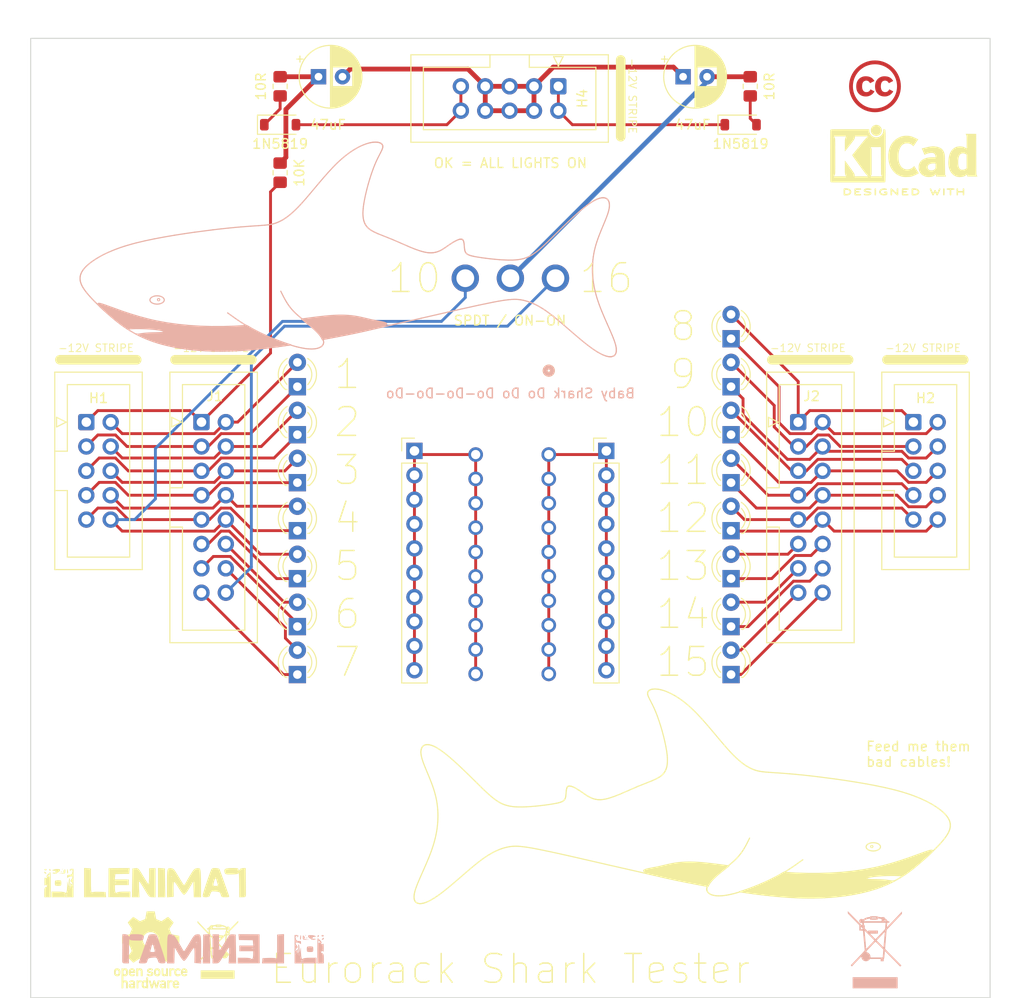
<source format=kicad_pcb>
(kicad_pcb (version 20240108) (generator "pcbnew") (generator_version "8.0")
  (layers (0 "F.Cu" signal) (31 "B.Cu" signal) (34 "B.Paste" user) (35 "F.Paste" user) (36 "B.SilkS" user "B.Silkscreen") (37 "F.SilkS" user "F.Silkscreen") (38 "B.Mask" user) (39 "F.Mask" user) (44 "Edge.Cuts" user))
  (net 0 "")
  (net 1 "+12V")
  (net 2 "GNDREF")
  (net 3 "Net-(D4-A)")
  (net 4 "Net-(D1-K)")
  (net 5 "Net-(D2-K)")
  (net 6 "Net-(D2-A)")
  (net 7 "Net-(D4-K)")
  (net 8 "Net-(D5-A)")
  (net 9 "Net-(D1-A)")
  (net 10 "Net-(D5-K)")
  (net 11 "Net-(D6-K)")
  (net 12 "Net-(D6-A)")
  (net 13 "Net-(D7-A)")
  (net 14 "Net-(D7-K)")
  (net 15 "Net-(D8-A)")
  (net 16 "Net-(D8-K)")
  (net 17 "Net-(D9-A)")
  (net 18 "Net-(D9-K)")
  (net 19 "Net-(D10-K)")
  (net 20 "Net-(D10-A)")
  (net 21 "Net-(D11-A)")
  (net 22 "Net-(D11-K)")
  (net 23 "Net-(D12-A)")
  (net 24 "Net-(D12-K)")
  (net 25 "Net-(D13-A)")
  (net 26 "Net-(D13-K)")
  (net 27 "Net-(D14-K)")
  (net 28 "Net-(D14-A)")
  (net 29 "Net-(D15-A)")
  (net 30 "Net-(D15-K)")
  (net 31 "Net-(D16-A)")
  (net 32 "Net-(D16-K)")
  (net 33 "Net-(D17-K)")
  (net 34 "Net-(D17-A)")
  (net 35 "Net-(H1-Pin_1)")
  (net 36 "-12V")
  (net 37 "Net-(J4-Pin_1)")
  (net 38 "Net-(J5-Pin_1)")
  (net 39 "Net-(D3-K)")
  (net 40 "Net-(D3-A)")
  (net 41 "Net-(H1-Pin_10)")
  (net 42 "Net-(SW1-A)")
  (footprint "Synth:SW_default" (layer "F.Cu") (at 100 75 180)
    (property "Reference" "SW1" (hide yes))
    (property "Value" "SW_SPDT")
  )
  (footprint "Symbol:OSHW-Logo_7.5x8mm_SilkScreen" (layer "F.Cu") (at 62.5 145)
    (property "Reference" "REF**" (hide yes))
    (property "Value" "OSHW-Logo_7.5x8mm_SilkScreen" (hide yes))
  )
  (footprint "Synth:LED_D3.0mm" (layer "F.Cu") (at 123 100 90)
    (property "Reference" "D4" (hide yes))
    (property "Value" "LED")
  )
  (footprint "Synth:IDC-Header_2x05_P2.54mm_Vertical" (layer "F.Cu") (at 55.8 90)
    (property "Reference" "H1")
    (property "Value" "Conn_02x05_PWR_Eurorack")
  )
  (footprint "Synth:LED_D3.0mm" (layer "F.Cu") (at 77.8 85 90)
    (property "Reference" "D15" (hide yes))
    (property "Value" "LED")
  )
  (footprint "Symbol:Symbol_CreativeCommons_CopperTop_Type2_Small" (layer "F.Cu") (at 138 55)
    (property "Reference" "REF**" (hide yes))
    (property "Value" "Symbol_CreativeCommons_CopperTop_Type2_Small" (hide yes))
  )
  (footprint "Synth:LED_D3.0mm" (layer "F.Cu") (at 123 95 90)
    (property "Reference" "D5" (hide yes))
    (property "Value" "LED")
  )
  (footprint "Synth:LED_D3.0mm" (layer "F.Cu") (at 77.8 95 90)
    (property "Reference" "D13" (hide yes))
    (property "Value" "LED")
  )
  (footprint "Resistor_SMD:R_0805_2012Metric_Pad1.20x1.40mm_HandSolder" (layer "F.Cu") (at 125 55 90)
    (property "Reference" "R3" (hide yes))
    (property "Value" "10R")
  )
  (footprint "Synth:LED_D3.0mm" (layer "F.Cu") (at 123 115 90)
    (property "Reference" "D1" (hide yes))
    (property "Value" "LED")
  )
  (footprint "Diode_SMD:D_SOD-123" (layer "F.Cu") (at 124 59)
    (property "Reference" "D17" (hide yes))
    (property "Value" "1N5819")
  )
  (footprint "MountingHole:MountingHole_3.2mm_M3" (layer "F.Cu") (at 145 145)
    (property "Reference" "H7" (hide yes))
    (property "Value" "MountingHole")
  )
  (footprint "Symbol:KiCad-Logo2_6mm_SilkScreen" (layer "F.Cu") (at 141 62)
    (property "Reference" "REF**" (hide yes))
    (property "Value" "KiCad-Logo2_6mm_SilkScreen" (hide yes))
  )
  (footprint "Synth:IDC-Header_2x05_P2.54mm_Vertical" (layer "F.Cu") (at 105 55 -90)
    (property "Reference" "H4")
    (property "Value" "Conn_02x05_PWR_Eurorack")
  )
  (footprint "Synth:LED_D3.0mm" (layer "F.Cu") (at 123 90 90)
    (property "Reference" "D6" (hide yes))
    (property "Value" "LED")
  )
  (footprint "Synth:LED_D3.0mm" (layer "F.Cu") (at 77.8 100 90)
    (property "Reference" "D12" (hide yes))
    (property "Value" "LED")
  )
  (footprint "MountingHole:MountingHole_3.2mm_M3" (layer "F.Cu") (at 55 145)
    (property "Reference" "H6" (hide yes))
    (property "Value" "MountingHole")
  )
  (footprint "Synth:LED_D3.0mm" (layer "F.Cu") (at 77.8 115 90)
    (property "Reference" "D9" (hide yes))
    (property "Value" "LED")
  )
  (footprint "Synth:DIP_tester_20pos" (layer "F.Cu") (at 104 93.38 -90)
    (property "Reference" "J3" (hide yes))
    (property "Value" "220-3342-00-0602J")
  )
  (footprint "Resistor_SMD:R_0805_2012Metric_Pad1.20x1.40mm_HandSolder" (layer "F.Cu") (at 76 55 90)
    (property "Reference" "R2" (hide yes))
    (property "Value" "10R")
  )
  (footprint "Symbol:Smolhaj_Scale_0.1" (layer "F.Cu") (at 145.853521 132.079362)
    (property "Reference" "REF**" (hide yes))
    (property "Value" "Smolhaj_Scale_0.1")
  )
  (footprint "Synth:LED_D3.0mm" (layer "F.Cu") (at 123 110 90)
    (property "Reference" "D2" (hide yes))
    (property "Value" "LED")
  )
  (footprint "MountingHole:MountingHole_3.2mm_M3" (layer "F.Cu") (at 145 55)
    (property "Reference" "H5" (hide yes))
    (property "Value" "MountingHole")
  )
  (footprint "Synth:LED_D3.0mm" (layer "F.Cu") (at 77.8 110 90)
    (property "Reference" "D10" (hide yes))
    (property "Value" "LED")
  )
  (footprint "Synth:lenimal_logo_full" (layer "F.Cu") (at 62 138)
    (property "Reference" "G***" (hide yes))
    (property "Value" "LOGO" (hide yes))
  )
  (footprint "Synth:IDC-Header_2x05_P2.54mm_Vertical" (layer "F.Cu") (at 142 90)
    (property "Reference" "H2")
    (property "Value" "Conn_02x05_PWR_Eurorack")
  )
  (footprint "MountingHole:MountingHole_3.2mm_M3" (layer "F.Cu") (at 55 55)
    (property "Reference" "H3" (hide yes))
    (property "Value" "MountingHole")
  )
  (footprint "Synth:LED_D3.0mm" (layer "F.Cu") (at 123 85 90)
    (property "Reference" "D7" (hide yes))
    (property "Value" "LED")
  )
  (footprint "Diode_SMD:D_SOD-123" (layer "F.Cu") (at 76 59)
    (property "Reference" "D16" (hide yes))
    (property "Value" "1N5819")
  )
  (footprint "Synth:LED_D3.0mm" (layer "F.Cu") (at 77.8 105 90)
    (property "Reference" "D11" (hide yes))
    (property "Value" "LED")
  )
  (footprint "Synth:LED_D3.0mm" (layer "F.Cu") (at 123 80 90)
    (property "Reference" "D8" (hide yes))
    (property "Value" "LED")
  )
  (footprint "Capacitor_THT:CP_Radial_D6.3mm_P2.50mm" (layer "F.Cu") (at 118 54)
    (property "Reference" "C2" (hide yes))
    (property "Value" "47uF")
  )
  (footprint "Synth:IDC-Header_2x08_P2.54mm_Vertical" (layer "F.Cu") (at 67.8 90)
    (property "Reference" "J1")
    (property "Value" "PWR")
  )
  (footprint "Synth:LED_D3.0mm" (layer "F.Cu") (at 123 105 90)
    (property "Reference" "D3" (hide yes))
    (property "Value" "LED")
  )
  (footprint "Capacitor_THT:CP_Radial_D6.3mm_P2.50mm" (layer "F.Cu") (at 80 54)
    (property "Reference" "C1" (hide yes))
    (property "Value" "47uF")
  )
  (footprint "Resistor_SMD:R_0805_2012Metric_Pad1.20x1.40mm_HandSolder" (layer "F.Cu") (at 76 64 -90)
    (property "Reference" "R1" (hide yes))
    (property "Value" "10K")
  )
  (footprint "Synth:IDC-Header_2x08_P2.54mm_Vertical" (layer "F.Cu") (at 130 90)
    (property "Reference" "J2")
    (property "Value" "PWR")
  )
  (footprint "Connector_PinHeader_2.54mm:PinHeader_1x10_P2.54mm_Vertical" (layer "F.Cu") (at 90 93)
    (property "Reference" "J5" (hide yes))
    (property "Value" "Conn_01x10_Pin")
  )
  (footprint "Synth:LED_D3.0mm" (layer "F.Cu") (at 77.8 90 90)
    (property "Reference" "D14" (hide yes))
    (property "Value" "LED")
  )
  (footprint "Connector_PinHeader_2.54mm:PinHeader_1x10_P2.54mm_Vertical" (layer "F.Cu") (at 110 93)
    (property "Reference" "J4" (hide yes))
    (property "Value" "Conn_01x10_Pin")
  )
  (footprint "Symbol:WEEE-Logo_4.2x6mm_SilkScreen" (layer "F.Cu") (at 69.5 145)
    (property "Reference" "REF**" (hide yes))
    (property "Value" "WEEE-Logo_4.2x6mm_SilkScreen" (hide yes))
  )
  (footprint "Symbol:WEEE-Logo_5.6x8mm_SilkScreen" (layer "B.Cu") (at 138 145 180)
    (property "Reference" "REF**" (hide yes))
    (property "Value" "WEEE-Logo_5.6x8mm_SilkScreen" (hide yes))
  )
  (footprint "Symbol:Smolhaj_Scale_0.1" (layer "B.Cu") (at 55.146479 75.079362 180)
    (property "Reference" "REF**" (hide yes))
    (property "Value" "Smolhaj_Scale_0.1")
  )
  (footprint "Synth:lenimal_logo_full" (layer "B.Cu") (at 69.972599 144.893409 180)
    (property "Reference" "G***" (hide yes))
    (property "Value" "LOGO" (hide yes))
  )
  (gr_rect (start 50 50) (end 150 150) (stroke (width 0.1)) (fill none) (layer "Edge.Cuts"))
  (gr_text "Baby Shark Do Do Do-Do-Do-Do" (at 100 87 0) (layer "B.SilkS") (effects (font (size 1 1)) (justify mirror)))
  (gr_text "Eurorack Shark Tester" (at 100 147 0) (layer "F.SilkS") (effects (font (size 3 3))))
  (gr_text "47uF" (at 119 59 0) (layer "F.SilkS") (effects (font (size 1 1))))
  (gr_text "1N5819" (at 124 61 0) (layer "F.SilkS") (effects (font (size 1 1))))
  (gr_text "9" (at 118 85 0) (layer "F.SilkS") (effects (font (size 3 3))))
  (gr_text "5" (at 83 105 0) (layer "F.SilkS") (effects (font (size 3 3))))
  (gr_text "OK = ALL LIGHTS ON" (at 100 63 0) (layer "F.SilkS") (effects (font (size 1 1))))
  (gr_text "3" (at 83 95 0) (layer "F.SilkS") (effects (font (size 3 3))))
  (gr_text "SPDT / ON-ON" (at 94 80 0) (layer "F.SilkS") (effects (font (size 1 1)) (justify left bottom)))
  (gr_text "2" (at 83 90 0) (layer "F.SilkS") (effects (font (size 3 3))))
  (gr_text "10R" (at 74 55 90) (layer "F.SilkS") (effects (font (size 1 1))))
  (gr_text "10" (at 118 90 0) (layer "F.SilkS") (effects (font (size 3 3))))
  (gr_text "16" (at 110 75 0) (layer "F.SilkS") (effects (font (size 3 3))))
  (gr_text "1" (at 83 85 0) (layer "F.SilkS") (effects (font (size 3 3))))
  (gr_text "7" (at 83 115 0) (layer "F.SilkS") (effects (font (size 3 3))))
  (gr_text "10R" (at 127 55 90) (layer "F.SilkS") (effects (font (size 1 1))))
  (gr_text "47uF" (at 81 59 0) (layer "F.SilkS") (effects (font (size 1 1))))
  (gr_text "15" (at 118 115 0) (layer "F.SilkS") (effects (font (size 3 3))))
  (gr_text "1N5819" (at 76 61 0) (layer "F.SilkS") (effects (font (size 1 1))))
  (gr_text "10K" (at 78 64 90) (layer "F.SilkS") (effects (font (size 1 1))))
  (gr_text "13" (at 118 105 0) (layer "F.SilkS") (effects (font (size 3 3))))
  (gr_text "11" (at 118 95 0) (layer "F.SilkS") (effects (font (size 3 3))))
  (gr_text "4" (at 83 100 0) (layer "F.SilkS") (effects (font (size 3 3))))
  (gr_text "10" (at 90 75 0) (layer "F.SilkS") (effects (font (size 3 3))))
  (gr_text "14" (at 118 110 0) (layer "F.SilkS") (effects (font (size 3 3))))
  (gr_text "8" (at 118 80 0) (layer "F.SilkS") (effects (font (size 3 3))))
  (gr_text "6" (at 83 110 0) (layer "F.SilkS") (effects (font (size 3 3))))
  (gr_text "12" (at 118 100 0) (layer "F.SilkS") (effects (font (size 3 3))))
  (gr_text "Feed me them \nbad cables!" (at 137 126 0) (layer "F.SilkS") (effects (font (size 1 1)) (justify left bottom)))
  (segment (start 76.6 57.4) (end 80 54) (width 0.5) (layer "F.Cu") (net 1))
  (segment (start 76.6 62.4) (end 76.6 57.4) (width 0.5) (layer "F.Cu") (net 1))
  (segment (start 76 54) (end 80 54) (width 0.5) (layer "F.Cu") (net 1))
  (segment (start 76 63) (end 76.6 62.4) (width 0.5) (layer "F.Cu") (net 1))
  (segment (start 104.46 53) (end 102.46 55) (width 0.5) (layer "F.Cu") (net 2))
  (segment (start 118 54) (end 117 53) (width 0.5) (layer "F.Cu") (net 2))
  (segment (start 97.38 55) (end 97.38 57.54) (width 0.5) (layer "F.Cu") (net 2))
  (segment (start 83.299999 53.200001) (end 95.580001 53.200001) (width 0.5) (layer "F.Cu") (net 2))
  (segment (start 117 53) (end 104.46 53) (width 0.5) (layer "F.Cu") (net 2))
  (segment (start 82.5 54) (end 83.299999 53.200001) (width 0.5) (layer "F.Cu") (net 2))
  (segment (start 95.580001 53.200001) (end 97.38 55) (width 0.5) (layer "F.Cu") (net 2))
  (segment (start 97.38 57.54) (end 102.46 57.54) (width 0.5) (layer "F.Cu") (net 2))
  (segment (start 102.46 55) (end 102.46 57.54) (width 0.5) (layer "F.Cu") (net 2))
  (segment (start 97.38 55) (end 102.46 55) (width 0.5) (layer "F.Cu") (net 2))
  (segment (start 130 100.16) (end 130.84 100.16) (width 0.3) (layer "F.Cu") (net 3))
  (segment (start 132.04 98.96) (end 140.8 98.96) (width 0.3) (layer "F.Cu") (net 3))
  (segment (start 123 98.77) (end 124.39 100.16) (width 0.3) (layer "F.Cu") (net 3))
  (segment (start 130.84 100.16) (end 132.04 98.96) (width 0.3) (layer "F.Cu") (net 3))
  (segment (start 140.8 98.96) (end 142 100.16) (width 0.3) (layer "F.Cu") (net 3))
  (segment (start 124.39 100.16) (end 130 100.16) (width 0.3) (layer "F.Cu") (net 3))
  (segment (start 123 116.31) (end 124.01 116.31) (width 0.3) (layer "F.Cu") (net 4))
  (segment (start 124.01 116.31) (end 132.54 107.78) (width 0.3) (layer "F.Cu") (net 4))
  (segment (start 123 111.31) (end 124.772943 111.31) (width 0.3) (layer "F.Cu") (net 5))
  (segment (start 124.772943 111.31) (end 129.502943 106.58) (width 0.3) (layer "F.Cu") (net 5))
  (segment (start 129.502943 106.58) (end 131.2 106.58) (width 0.3) (layer "F.Cu") (net 5))
  (segment (start 131.2 106.58) (end 132.54 105.24) (width 0.3) (layer "F.Cu") (net 5))
  (segment (start 126.47 108.77) (end 130 105.24) (width 0.3) (layer "F.Cu") (net 6))
  (segment (start 123 108.77) (end 126.47 108.77) (width 0.3) (layer "F.Cu") (net 6))
  (segment (start 123 101.31) (end 123.05 101.36) (width 0.3) (layer "F.Cu") (net 7))
  (segment (start 143.34 101.36) (end 144.54 100.16) (width 0.3) (layer "F.Cu") (net 7))
  (segment (start 133.74 101.36) (end 143.34 101.36) (width 0.3) (layer "F.Cu") (net 7))
  (segment (start 123.05 101.36) (end 131.34 101.36) (width 0.3) (layer "F.Cu") (net 7))
  (segment (start 132.54 100.16) (end 133.74 101.36) (width 0.3) (layer "F.Cu") (net 7))
  (segment (start 131.34 101.36) (end 132.54 100.16) (width 0.3) (layer "F.Cu") (net 7))
  (segment (start 130 97.62) (end 130.842943 97.62) (width 0.3) (layer "F.Cu") (net 8))
  (segment (start 132.042943 96.42) (end 140.8 96.42) (width 0.3) (layer "F.Cu") (net 8))
  (segment (start 130.842943 97.62) (end 132.042943 96.42) (width 0.3) (layer "F.Cu") (net 8))
  (segment (start 123 93.77) (end 126.85 97.62) (width 0.3) (layer "F.Cu") (net 8))
  (segment (start 140.8 96.42) (end 142 97.62) (width 0.3) (layer "F.Cu") (net 8))
  (segment (start 126.85 97.62) (end 130 97.62) (width 0.3) (layer "F.Cu") (net 8))
  (segment (start 124.01 113.77) (end 130 107.78) (width 0.3) (layer "F.Cu") (net 9))
  (segment (start 123 113.77) (end 124.01 113.77) (width 0.3) (layer "F.Cu") (net 9))
  (segment (start 143.34 98.82) (end 144.54 97.62) (width 0.3) (layer "F.Cu") (net 10))
  (segment (start 125.65 98.96) (end 131.2 98.96) (width 0.3) (layer "F.Cu") (net 10))
  (segment (start 123 96.31) (end 125.65 98.96) (width 0.3) (layer "F.Cu") (net 10))
  (segment (start 141.502943 98.82) (end 143.34 98.82) (width 0.3) (layer "F.Cu") (net 10))
  (segment (start 131.2 98.96) (end 132.54 97.62) (width 0.3) (layer "F.Cu") (net 10))
  (segment (start 132.54 97.62) (end 140.302943 97.62) (width 0.3) (layer "F.Cu") (net 10))
  (segment (start 140.302943 97.62) (end 141.502943 98.82) (width 0.3) (layer "F.Cu") (net 10))
  (segment (start 141.502943 96.28) (end 143.34 96.28) (width 0.3) (layer "F.Cu") (net 11))
  (segment (start 123 91.31) (end 127.97 96.28) (width 0.3) (layer "F.Cu") (net 11))
  (segment (start 143.34 96.28) (end 144.54 95.08) (width 0.3) (layer "F.Cu") (net 11))
  (segment (start 140.302943 95.08) (end 141.502943 96.28) (width 0.3) (layer "F.Cu") (net 11))
  (segment (start 131.34 96.28) (end 132.54 95.08) (width 0.3) (layer "F.Cu") (net 11))
  (segment (start 127.97 96.28) (end 131.34 96.28) (width 0.3) (layer "F.Cu") (net 11))
  (segment (start 132.54 95.08) (end 140.302943 95.08) (width 0.3) (layer "F.Cu") (net 11))
  (segment (start 132.042943 93.88) (end 140.8 93.88) (width 0.3) (layer "F.Cu") (net 12))
  (segment (start 129.31 95.08) (end 130 95.08) (width 0.3) (layer "F.Cu") (net 12))
  (segment (start 130 95.08) (end 130.842943 95.08) (width 0.3) (layer "F.Cu") (net 12))
  (segment (start 130.842943 95.08) (end 132.042943 93.88) (width 0.3) (layer "F.Cu") (net 12))
  (segment (start 123 88.77) (end 129.31 95.08) (width 0.3) (layer "F.Cu") (net 12))
  (segment (start 140.8 93.88) (end 142 95.08) (width 0.3) (layer "F.Cu") (net 12))
  (segment (start 132.042943 91.34) (end 133.172893 91.34) (width 0.3) (layer "F.Cu") (net 13))
  (segment (start 129.54 92.54) (end 130 92.54) (width 0.3) (layer "F.Cu") (net 13))
  (segment (start 127.5 88.27) (end 127.5 90.5) (width 0.3) (layer "F.Cu") (net 13))
  (segment (start 130 92.54) (end 130.842943 92.54) (width 0.3) (layer "F.Cu") (net 13))
  (segment (start 133.172893 91.34) (end 134.372893 92.54) (width 0.3) (layer "F.Cu") (net 13))
  (segment (start 127.5 90.5) (end 129.54 92.54) (width 0.3) (layer "F.Cu") (net 13))
  (segment (start 123 83.77) (end 127.5 88.27) (width 0.3) (layer "F.Cu") (net 13))
  (segment (start 134.372893 92.54) (end 142 92.54) (width 0.3) (layer "F.Cu") (net 13))
  (segment (start 130.842943 92.54) (end 132.042943 91.34) (width 0.3) (layer "F.Cu") (net 13))
  (segment (start 140.802943 93.04) (end 141.502943 93.74) (width 0.3) (layer "F.Cu") (net 14))
  (segment (start 128.88 93.88) (end 131.2 93.88) (width 0.3) (layer "F.Cu") (net 14))
  (segment (start 131.2 93.88) (end 132.54 92.54) (width 0.3) (layer "F.Cu") (net 14))
  (segment (start 124.25 87.56) (end 124.25 89.25) (width 0.3) (layer "F.Cu") (net 14))
  (segment (start 124.25 89.25) (end 128.88 93.88) (width 0.3) (layer "F.Cu") (net 14))
  (segment (start 141.502943 93.74) (end 143.34 93.74) (width 0.3) (layer "F.Cu") (net 14))
  (segment (start 143.34 93.74) (end 144.54 92.54) (width 0.3) (layer "F.Cu") (net 14))
  (segment (start 133.04 93.04) (end 140.802943 93.04) (width 0.3) (layer "F.Cu") (net 14))
  (segment (start 123 86.31) (end 124.25 87.56) (width 0.3) (layer "F.Cu") (net 14))
  (segment (start 132.54 92.54) (end 133.04 93.04) (width 0.3) (layer "F.Cu") (net 14))
  (segment (start 130 85.77) (end 130 90) (width 0.3) (layer "F.Cu") (net 15))
  (segment (start 123 78.77) (end 130 85.77) (width 0.3) (layer "F.Cu") (net 15))
  (segment (start 140.8 88.8) (end 142 90) (width 0.3) (layer "F.Cu") (net 15))
  (segment (start 131.2 88.8) (end 140.8 88.8) (width 0.3) (layer "F.Cu") (net 15))
  (segment (start 130 90) (end 131.2 88.8) (width 0.3) (layer "F.Cu") (net 15))
  (segment (start 128 90.055456) (end 129.144544 91.2) (width 0.3) (layer "F.Cu") (net 16))
  (segment (start 123 81.31) (end 128 86.31) (width 0.3) (layer "F.Cu") (net 16))
  (segment (start 131.34 91.2) (end 132.54 90) (width 0.3) (layer "F.Cu") (net 16))
  (segment (start 143.34 91.2) (end 144.54 90) (width 0.3) (layer "F.Cu") (net 16))
  (segment (start 128 86.31) (end 128 90.055456) (width 0.3) (layer "F.Cu") (net 16))
  (segment (start 129.144544 91.2) (end 131.34 91.2) (width 0.3) (layer "F.Cu") (net 16))
  (segment (start 132.54 90) (end 133.74 91.2) (width 0.3) (layer "F.Cu") (net 16))
  (segment (start 133.74 91.2) (end 143.34 91.2) (width 0.3) (layer "F.Cu") (net 16))
  (segment (start 76.55 112.52) (end 76.55 111.45) (width 0.3) (layer "F.Cu") (net 17))
  (segment (start 76.55 111.45) (end 70.34 105.24) (width 0.3) (layer "F.Cu") (net 17))
  (segment (start 77.8 113.77) (end 76.55 112.52) (width 0.3) (layer "F.Cu") (net 17))
  (segment (start 77.8 116.31) (end 76.33 116.31) (width 0.3) (layer "F.Cu") (net 18))
  (segment (start 76.33 116.31) (end 67.8 107.78) (width 0.3) (layer "F.Cu") (net 18))
  (segment (start 70.797057 104) (end 69.04 104) (width 0.3) (layer "F.Cu") (net 19))
  (segment (start 77.8 111.31) (end 77.8 111.002943) (width 0.3) (layer "F.Cu") (net 19))
  (segment (start 77.8 111.002943) (end 70.797057 104) (width 0.3) (layer "F.Cu") (net 19))
  (segment (start 69.04 104) (end 67.8 105.24) (width 0.3) (layer "F.Cu") (net 19))
  (segment (start 77.8 108.77) (end 76.41 108.77) (width 0.3) (layer "F.Cu") (net 20))
  (segment (start 76.41 108.77) (end 70.34 102.7) (width 0.3) (layer "F.Cu") (net 20))
  (segment (start 73.95 103.77) (end 70.34 100.16) (width 0.3) (layer "F.Cu") (net 21))
  (segment (start 59.54 101.36) (end 69.14 101.36) (width 0.3) (layer "F.Cu") (net 21))
  (segment (start 77.8 103.77) (end 73.95 103.77) (width 0.3) (layer "F.Cu") (net 21))
  (segment (start 58.34 100.16) (end 59.54 101.36) (width 0.3) (layer "F.Cu") (net 21))
  (segment (start 69.14 101.36) (end 70.34 100.16) (width 0.3) (layer "F.Cu") (net 21))
  (segment (start 77.8 106.31) (end 75.647057 106.31) (width 0.3) (layer "F.Cu") (net 22))
  (segment (start 68.507107 102.7) (end 67.8 102.7) (width 0.3) (layer "F.Cu") (net 22))
  (segment (start 75.647057 106.31) (end 70.697057 101.36) (width 0.3) (layer "F.Cu") (net 22))
  (segment (start 70.697057 101.36) (end 69.847107 101.36) (width 0.3) (layer "F.Cu") (net 22))
  (segment (start 69.847107 101.36) (end 68.507107 102.7) (width 0.3) (layer "F.Cu") (net 22))
  (segment (start 69 98.96) (end 70.34 97.62) (width 0.3) (layer "F.Cu") (net 23))
  (segment (start 59.68 98.96) (end 69 98.96) (width 0.3) (layer "F.Cu") (net 23))
  (segment (start 77.8 98.77) (end 71.49 98.77) (width 0.3) (layer "F.Cu") (net 23))
  (segment (start 71.49 98.77) (end 70.34 97.62) (width 0.3) (layer "F.Cu") (net 23))
  (segment (start 58.34 97.62) (end 59.68 98.96) (width 0.3) (layer "F.Cu") (net 23))
  (segment (start 69.84 98.96) (end 68.64 100.16) (width 0.3) (layer "F.Cu") (net 24))
  (segment (start 60.172893 100.16) (end 67.8 100.16) (width 0.3) (layer "F.Cu") (net 24))
  (segment (start 58.972893 98.96) (end 60.172893 100.16) (width 0.3) (layer "F.Cu") (net 24))
  (segment (start 68.64 100.16) (end 67.8 100.16) (width 0.3) (layer "F.Cu") (net 24))
  (segment (start 57 98.96) (end 58.972893 98.96) (width 0.3) (layer "F.Cu") (net 24))
  (segment (start 77.8 101.31) (end 73.187057 101.31) (width 0.3) (layer "F.Cu") (net 24))
  (segment (start 70.837057 98.96) (end 69.84 98.96) (width 0.3) (layer "F.Cu") (net 24))
  (segment (start 73.187057 101.31) (end 70.837057 98.96) (width 0.3) (layer "F.Cu") (net 24))
  (segment (start 55.8 100.16) (end 57 98.96) (width 0.3) (layer "F.Cu") (net 24))
  (segment (start 59.54 96.28) (end 69.14 96.28) (width 0.3) (layer "F.Cu") (net 25))
  (segment (start 58.34 95.08) (end 59.54 96.28) (width 0.3) (layer "F.Cu") (net 25))
  (segment (start 76.49 95.08) (end 70.34 95.08) (width 0.3) (layer "F.Cu") (net 25))
  (segment (start 69.14 96.28) (end 70.34 95.08) (width 0.3) (layer "F.Cu") (net 25))
  (segment (start 77.8 93.77) (end 76.49 95.08) (width 0.3) (layer "F.Cu") (net 25))
  (segment (start 68.507106 97.62) (end 67.8 97.62) (width 0.3) (layer "F.Cu") (net 26))
  (segment (start 55.8 97.62) (end 57.14 96.28) (width 0.3) (layer "F.Cu") (net 26))
  (segment (start 58.832893 96.28) (end 60.172893 97.62) (width 0.3) (layer "F.Cu") (net 26))
  (segment (start 69.817106 96.31) (end 68.507106 97.62) (width 0.3) (layer "F.Cu") (net 26))
  (segment (start 60.172893 97.62) (end 67.8 97.62) (width 0.3) (layer "F.Cu") (net 26))
  (segment (start 77.8 96.31) (end 69.817106 96.31) (width 0.3) (layer "F.Cu") (net 26))
  (segment (start 57.14 96.28) (end 58.832893 96.28) (width 0.3) (layer "F.Cu") (net 26))
  (segment (start 58.832893 93.74) (end 60.172893 95.08) (width 0.3) (layer "F.Cu") (net 27))
  (segment (start 57.14 93.74) (end 58.832893 93.74) (width 0.3) (layer "F.Cu") (net 27))
  (segment (start 75.37 93.74) (end 69.847107 93.74) (width 0.3) (layer "F.Cu") (net 27))
  (segment (start 55.8 95.08) (end 57.14 93.74) (width 0.3) (layer "F.Cu") (net 27))
  (segment (start 77.8 91.31) (end 75.37 93.74) (width 0.3) (layer "F.Cu") (net 27))
  (segment (start 69.847107 93.74) (end 68.507107 95.08) (width 0.3) (layer "F.Cu") (net 27))
  (segment (start 60.172893 95.08) (end 67.8 95.08) (width 0.3) (layer "F.Cu") (net 27))
  (segment (start 68.507107 95.08) (end 67.8 95.08) (width 0.3) (layer "F.Cu") (net 27))
  (segment (start 77.8 88.77) (end 74.03 92.54) (width 0.3) (layer "F.Cu") (net 28))
  (segment (start 59.54 93.74) (end 69.14 93.74) (width 0.3) (layer "F.Cu") (net 28))
  (segment (start 69.14 93.74) (end 70.34 92.54) (width 0.3) (layer "F.Cu") (net 28))
  (segment (start 74.03 92.54) (end 70.34 92.54) (width 0.3) (layer "F.Cu") (net 28))
  (segment (start 58.34 92.54) (end 59.54 93.74) (width 0.3) (layer "F.Cu") (net 28))
  (segment (start 77.8 83.77) (end 71.57 90) (width 0.3) (layer "F.Cu") (net 29))
  (segment (start 59.54 91.2) (end 69.14 91.2) (width 0.3) (layer "F.Cu") (net 29))
  (segment (start 71.57 90) (end 70.34 90) (width 0.3) (layer "F.Cu") (net 29))
  (segment (start 69.14 91.2) (end 70.34 90) (width 0.3) (layer "F.Cu") (net 29))
  (segment (start 58.34 90) (end 59.54 91.2) (width 0.3) (layer "F.Cu") (net 29))
  (segment (start 72.91 91.2) (end 69.847106 91.2) (width 0.3) (layer "F.Cu") (net 30))
  (segment (start 69.847106 91.2) (end 68.507106 92.54) (width 0.3) (layer "F.Cu") (net 30))
  (segment (start 77.8 86.31) (end 72.91 91.2) (width 0.3) (layer "F.Cu") (net 30))
  (segment (start 68.507106 92.54) (end 67.8 92.54) (width 0.3) (layer "F.Cu") (net 30))
  (segment (start 55.8 92.54) (end 57 91.34) (width 0.3) (layer "F.Cu") (net 30))
  (segment (start 60.037057 92.54) (end 67.8 92.54) (width 0.3) (layer "F.Cu") (net 30))
  (segment (start 58.837057 91.34) (end 60.037057 92.54) (width 0.3) (layer "F.Cu") (net 30))
  (segment (start 57 91.34) (end 58.837057 91.34) (width 0.3) (layer "F.Cu") (net 30))
  (segment (start 93.38 59) (end 94.84 57.54) (width 0.3) (layer "F.Cu") (net 31))
  (segment (start 77.65 59) (end 93.38 59) (width 0.3) (layer "F.Cu") (net 31))
  (segment (start 94.84 57.54) (end 94.84 55) (width 0.3) (layer "F.Cu") (net 31))
  (segment (start 76 57.35) (end 74.35 59) (width 0.3) (layer "F.Cu") (net 32))
  (segment (start 76 56) (end 76 57.35) (width 0.3) (layer "F.Cu") (net 32))
  (segment (start 105 55) (end 105 57.54) (width 0.3) (layer "F.Cu") (net 33))
  (segment (start 106.46 59) (end 105 57.54) (width 0.3) (layer "F.Cu") (net 33))
  (segment (start 122.35 59) (end 106.46 59) (width 0.3) (layer "F.Cu") (net 33))
  (segment (start 125 58.35) (end 125.65 59) (width 0.3) (layer "F.Cu") (net 34))
  (segment (start 125 56) (end 125 58.35) (width 0.3) (layer "F.Cu") (net 34))
  (segment (start 76 65) (end 75 66) (width 0.3) (layer "F.Cu") (net 35))
  (segment (start 55.8 90) (end 57 88.8) (width 0.3) (layer "F.Cu") (net 35))
  (segment (start 66.6 88.8) (end 67.8 90) (width 0.3) (layer "F.Cu") (net 35))
  (segment (start 75 82.8) (end 67.8 90) (width 0.3) (layer "F.Cu") (net 35))
  (segment (start 57 88.8) (end 66.6 88.8) (width 0.3) (layer "F.Cu") (net 35))
  (segment (start 75 66) (end 75 82.8) (width 0.3) (layer "F.Cu") (net 35))
  (segment (start 125 54) (end 120.5 54) (width 0.5) (layer "F.Cu") (net 36))
  (segment (start 100 75) (end 120.5 54.5) (width 0.5) (layer "B.Cu") (net 36))
  (segment (start 120.5 54.5) (end 120.5 54) (width 0.5) (layer "B.Cu") (net 36))
  (segment (start 109.62 93.38) (end 110 93) (width 0.3) (layer "F.Cu") (net 37))
  (segment (start 110 93) (end 110 115.86) (width 0.3) (layer "F.Cu") (net 37))
  (segment (start 104 93.38) (end 104 116.24) (width 0.3) (layer "F.Cu") (net 37))
  (segment (start 104 93.38) (end 109.62 93.38) (width 0.3) (layer "F.Cu") (net 37))
  (segment (start 90.38 93.38) (end 90 93) (width 0.3) (layer "F.Cu") (net 38))
  (segment (start 96.38 93.38) (end 96.38 116.24) (width 0.3) (layer "F.Cu") (net 38))
  (segment (start 96.38 93.38) (end 90.38 93.38) (width 0.3) (layer "F.Cu") (net 38))
  (segment (start 90 93) (end 90 115.86) (width 0.3) (layer "F.Cu") (net 38))
  (segment (start 127.232943 106.31) (end 129.642943 103.9) (width 0.3) (layer "F.Cu") (net 39))
  (segment (start 123 106.31) (end 127.232943 106.31) (width 0.3) (layer "F.Cu") (net 39))
  (segment (start 129.642943 103.9) (end 131.34 103.9) (width 0.3) (layer "F.Cu") (net 39))
  (segment (start 131.34 103.9) (end 132.54 102.7) (width 0.3) (layer "F.Cu") (net 39))
  (segment (start 123 103.77) (end 128.93 103.77) (width 0.3) (layer "F.Cu") (net 40))
  (segment (start 128.93 103.77) (end 130 102.7) (width 0.3) (layer "F.Cu") (net 40))
  (segment (start 63 98) (end 60.84 100.16) (width 0.3) (layer "B.Cu") (net 41))
  (segment (start 92.815254 79.5) (end 76.244544 79.5) (width 0.3) (layer "B.Cu") (net 41))
  (segment (start 95.3 77.015254) (end 92.815254 79.5) (width 0.3) (layer "B.Cu") (net 41))
  (segment (start 76.244544 79.5) (end 63 92.744544) (width 0.3) (layer "B.Cu") (net 41))
  (segment (start 95.3 75) (end 95.3 77.015254) (width 0.3) (layer "B.Cu") (net 41))
  (segment (start 60.84 100.16) (end 58.34 100.16) (width 0.3) (layer "B.Cu") (net 41))
  (segment (start 63 92.744544) (end 63 98) (width 0.3) (layer "B.Cu") (net 41))
  (segment (start 104.7 75) (end 99.7 80) (width 0.3) (layer "B.Cu") (net 42))
  (segment (start 73 105.12) (end 70.34 107.78) (width 0.3) (layer "B.Cu") (net 42))
  (segment (start 73 83.45165) (end 73 105.12) (width 0.3) (layer "B.Cu") (net 42))
  (segment (start 76.45165 80) (end 73 83.45165) (width 0.3) (layer "B.Cu") (net 42))
  (segment (start 99.7 80) (end 76.45165 80) (width 0.3) (layer "B.Cu") (net 42))
)
</source>
